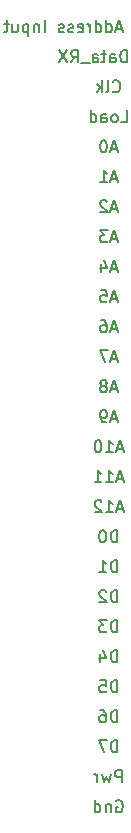
<source format=gbo>
%TF.GenerationSoftware,KiCad,Pcbnew,(6.0.9)*%
%TF.CreationDate,2025-06-05T13:51:01-04:00*%
%TF.ProjectId,ShiftRegisterPrototypeV2,53686966-7452-4656-9769-737465725072,V2*%
%TF.SameCoordinates,Original*%
%TF.FileFunction,Legend,Bot*%
%TF.FilePolarity,Positive*%
%FSLAX46Y46*%
G04 Gerber Fmt 4.6, Leading zero omitted, Abs format (unit mm)*
G04 Created by KiCad (PCBNEW (6.0.9)) date 2025-06-05 13:51:01*
%MOMM*%
%LPD*%
G01*
G04 APERTURE LIST*
G04 Aperture macros list*
%AMRoundRect*
0 Rectangle with rounded corners*
0 $1 Rounding radius*
0 $2 $3 $4 $5 $6 $7 $8 $9 X,Y pos of 4 corners*
0 Add a 4 corners polygon primitive as box body*
4,1,4,$2,$3,$4,$5,$6,$7,$8,$9,$2,$3,0*
0 Add four circle primitives for the rounded corners*
1,1,$1+$1,$2,$3*
1,1,$1+$1,$4,$5*
1,1,$1+$1,$6,$7*
1,1,$1+$1,$8,$9*
0 Add four rect primitives between the rounded corners*
20,1,$1+$1,$2,$3,$4,$5,0*
20,1,$1+$1,$4,$5,$6,$7,0*
20,1,$1+$1,$6,$7,$8,$9,0*
20,1,$1+$1,$8,$9,$2,$3,0*%
G04 Aperture macros list end*
%ADD10C,0.150000*%
%ADD11RoundRect,0.102000X-0.585000X-0.585000X0.585000X-0.585000X0.585000X0.585000X-0.585000X0.585000X0*%
%ADD12C,1.374000*%
%ADD13R,1.050000X1.500000*%
%ADD14O,1.050000X1.500000*%
%ADD15R,1.800000X1.800000*%
%ADD16C,1.800000*%
%ADD17C,1.400000*%
%ADD18O,1.400000X1.400000*%
%ADD19RoundRect,0.102000X-0.565000X-0.565000X0.565000X-0.565000X0.565000X0.565000X-0.565000X0.565000X0*%
%ADD20C,1.334000*%
%ADD21R,1.700000X1.700000*%
%ADD22O,1.700000X1.700000*%
G04 APERTURE END LIST*
D10*
X201937857Y-123510000D02*
X202033095Y-123462380D01*
X202175952Y-123462380D01*
X202318809Y-123510000D01*
X202414047Y-123605238D01*
X202461666Y-123700476D01*
X202509285Y-123890952D01*
X202509285Y-124033809D01*
X202461666Y-124224285D01*
X202414047Y-124319523D01*
X202318809Y-124414761D01*
X202175952Y-124462380D01*
X202080714Y-124462380D01*
X201937857Y-124414761D01*
X201890238Y-124367142D01*
X201890238Y-124033809D01*
X202080714Y-124033809D01*
X201461666Y-123795714D02*
X201461666Y-124462380D01*
X201461666Y-123890952D02*
X201414047Y-123843333D01*
X201318809Y-123795714D01*
X201175952Y-123795714D01*
X201080714Y-123843333D01*
X201033095Y-123938571D01*
X201033095Y-124462380D01*
X200128333Y-124462380D02*
X200128333Y-123462380D01*
X200128333Y-124414761D02*
X200223571Y-124462380D01*
X200414047Y-124462380D01*
X200509285Y-124414761D01*
X200556904Y-124367142D01*
X200604523Y-124271904D01*
X200604523Y-123986190D01*
X200556904Y-123890952D01*
X200509285Y-123843333D01*
X200414047Y-123795714D01*
X200223571Y-123795714D01*
X200128333Y-123843333D01*
X202390238Y-121922380D02*
X202390238Y-120922380D01*
X202009285Y-120922380D01*
X201914047Y-120970000D01*
X201866428Y-121017619D01*
X201818809Y-121112857D01*
X201818809Y-121255714D01*
X201866428Y-121350952D01*
X201914047Y-121398571D01*
X202009285Y-121446190D01*
X202390238Y-121446190D01*
X201485476Y-121255714D02*
X201295000Y-121922380D01*
X201104523Y-121446190D01*
X200914047Y-121922380D01*
X200723571Y-121255714D01*
X200342619Y-121922380D02*
X200342619Y-121255714D01*
X200342619Y-121446190D02*
X200295000Y-121350952D01*
X200247380Y-121303333D01*
X200152142Y-121255714D01*
X200056904Y-121255714D01*
X202033095Y-119382380D02*
X202033095Y-118382380D01*
X201795000Y-118382380D01*
X201652142Y-118430000D01*
X201556904Y-118525238D01*
X201509285Y-118620476D01*
X201461666Y-118810952D01*
X201461666Y-118953809D01*
X201509285Y-119144285D01*
X201556904Y-119239523D01*
X201652142Y-119334761D01*
X201795000Y-119382380D01*
X202033095Y-119382380D01*
X201128333Y-118382380D02*
X200461666Y-118382380D01*
X200890238Y-119382380D01*
X202033095Y-116842380D02*
X202033095Y-115842380D01*
X201795000Y-115842380D01*
X201652142Y-115890000D01*
X201556904Y-115985238D01*
X201509285Y-116080476D01*
X201461666Y-116270952D01*
X201461666Y-116413809D01*
X201509285Y-116604285D01*
X201556904Y-116699523D01*
X201652142Y-116794761D01*
X201795000Y-116842380D01*
X202033095Y-116842380D01*
X200604523Y-115842380D02*
X200795000Y-115842380D01*
X200890238Y-115890000D01*
X200937857Y-115937619D01*
X201033095Y-116080476D01*
X201080714Y-116270952D01*
X201080714Y-116651904D01*
X201033095Y-116747142D01*
X200985476Y-116794761D01*
X200890238Y-116842380D01*
X200699761Y-116842380D01*
X200604523Y-116794761D01*
X200556904Y-116747142D01*
X200509285Y-116651904D01*
X200509285Y-116413809D01*
X200556904Y-116318571D01*
X200604523Y-116270952D01*
X200699761Y-116223333D01*
X200890238Y-116223333D01*
X200985476Y-116270952D01*
X201033095Y-116318571D01*
X201080714Y-116413809D01*
X202033095Y-114302380D02*
X202033095Y-113302380D01*
X201795000Y-113302380D01*
X201652142Y-113350000D01*
X201556904Y-113445238D01*
X201509285Y-113540476D01*
X201461666Y-113730952D01*
X201461666Y-113873809D01*
X201509285Y-114064285D01*
X201556904Y-114159523D01*
X201652142Y-114254761D01*
X201795000Y-114302380D01*
X202033095Y-114302380D01*
X200556904Y-113302380D02*
X201033095Y-113302380D01*
X201080714Y-113778571D01*
X201033095Y-113730952D01*
X200937857Y-113683333D01*
X200699761Y-113683333D01*
X200604523Y-113730952D01*
X200556904Y-113778571D01*
X200509285Y-113873809D01*
X200509285Y-114111904D01*
X200556904Y-114207142D01*
X200604523Y-114254761D01*
X200699761Y-114302380D01*
X200937857Y-114302380D01*
X201033095Y-114254761D01*
X201080714Y-114207142D01*
X202033095Y-111762380D02*
X202033095Y-110762380D01*
X201795000Y-110762380D01*
X201652142Y-110810000D01*
X201556904Y-110905238D01*
X201509285Y-111000476D01*
X201461666Y-111190952D01*
X201461666Y-111333809D01*
X201509285Y-111524285D01*
X201556904Y-111619523D01*
X201652142Y-111714761D01*
X201795000Y-111762380D01*
X202033095Y-111762380D01*
X200604523Y-111095714D02*
X200604523Y-111762380D01*
X200842619Y-110714761D02*
X201080714Y-111429047D01*
X200461666Y-111429047D01*
X202033095Y-109222380D02*
X202033095Y-108222380D01*
X201795000Y-108222380D01*
X201652142Y-108270000D01*
X201556904Y-108365238D01*
X201509285Y-108460476D01*
X201461666Y-108650952D01*
X201461666Y-108793809D01*
X201509285Y-108984285D01*
X201556904Y-109079523D01*
X201652142Y-109174761D01*
X201795000Y-109222380D01*
X202033095Y-109222380D01*
X201128333Y-108222380D02*
X200509285Y-108222380D01*
X200842619Y-108603333D01*
X200699761Y-108603333D01*
X200604523Y-108650952D01*
X200556904Y-108698571D01*
X200509285Y-108793809D01*
X200509285Y-109031904D01*
X200556904Y-109127142D01*
X200604523Y-109174761D01*
X200699761Y-109222380D01*
X200985476Y-109222380D01*
X201080714Y-109174761D01*
X201128333Y-109127142D01*
X202033095Y-104142380D02*
X202033095Y-103142380D01*
X201795000Y-103142380D01*
X201652142Y-103190000D01*
X201556904Y-103285238D01*
X201509285Y-103380476D01*
X201461666Y-103570952D01*
X201461666Y-103713809D01*
X201509285Y-103904285D01*
X201556904Y-103999523D01*
X201652142Y-104094761D01*
X201795000Y-104142380D01*
X202033095Y-104142380D01*
X200509285Y-104142380D02*
X201080714Y-104142380D01*
X200795000Y-104142380D02*
X200795000Y-103142380D01*
X200890238Y-103285238D01*
X200985476Y-103380476D01*
X201080714Y-103428095D01*
X202033095Y-106682380D02*
X202033095Y-105682380D01*
X201795000Y-105682380D01*
X201652142Y-105730000D01*
X201556904Y-105825238D01*
X201509285Y-105920476D01*
X201461666Y-106110952D01*
X201461666Y-106253809D01*
X201509285Y-106444285D01*
X201556904Y-106539523D01*
X201652142Y-106634761D01*
X201795000Y-106682380D01*
X202033095Y-106682380D01*
X201080714Y-105777619D02*
X201033095Y-105730000D01*
X200937857Y-105682380D01*
X200699761Y-105682380D01*
X200604523Y-105730000D01*
X200556904Y-105777619D01*
X200509285Y-105872857D01*
X200509285Y-105968095D01*
X200556904Y-106110952D01*
X201128333Y-106682380D01*
X200509285Y-106682380D01*
X202033095Y-101602380D02*
X202033095Y-100602380D01*
X201795000Y-100602380D01*
X201652142Y-100650000D01*
X201556904Y-100745238D01*
X201509285Y-100840476D01*
X201461666Y-101030952D01*
X201461666Y-101173809D01*
X201509285Y-101364285D01*
X201556904Y-101459523D01*
X201652142Y-101554761D01*
X201795000Y-101602380D01*
X202033095Y-101602380D01*
X200842619Y-100602380D02*
X200747380Y-100602380D01*
X200652142Y-100650000D01*
X200604523Y-100697619D01*
X200556904Y-100792857D01*
X200509285Y-100983333D01*
X200509285Y-101221428D01*
X200556904Y-101411904D01*
X200604523Y-101507142D01*
X200652142Y-101554761D01*
X200747380Y-101602380D01*
X200842619Y-101602380D01*
X200937857Y-101554761D01*
X200985476Y-101507142D01*
X201033095Y-101411904D01*
X201080714Y-101221428D01*
X201080714Y-100983333D01*
X201033095Y-100792857D01*
X200985476Y-100697619D01*
X200937857Y-100650000D01*
X200842619Y-100602380D01*
X202485476Y-98776666D02*
X202009285Y-98776666D01*
X202580714Y-99062380D02*
X202247380Y-98062380D01*
X201914047Y-99062380D01*
X201056904Y-99062380D02*
X201628333Y-99062380D01*
X201342619Y-99062380D02*
X201342619Y-98062380D01*
X201437857Y-98205238D01*
X201533095Y-98300476D01*
X201628333Y-98348095D01*
X200675952Y-98157619D02*
X200628333Y-98110000D01*
X200533095Y-98062380D01*
X200295000Y-98062380D01*
X200199761Y-98110000D01*
X200152142Y-98157619D01*
X200104523Y-98252857D01*
X200104523Y-98348095D01*
X200152142Y-98490952D01*
X200723571Y-99062380D01*
X200104523Y-99062380D01*
X202485476Y-96236666D02*
X202009285Y-96236666D01*
X202580714Y-96522380D02*
X202247380Y-95522380D01*
X201914047Y-96522380D01*
X201056904Y-96522380D02*
X201628333Y-96522380D01*
X201342619Y-96522380D02*
X201342619Y-95522380D01*
X201437857Y-95665238D01*
X201533095Y-95760476D01*
X201628333Y-95808095D01*
X200104523Y-96522380D02*
X200675952Y-96522380D01*
X200390238Y-96522380D02*
X200390238Y-95522380D01*
X200485476Y-95665238D01*
X200580714Y-95760476D01*
X200675952Y-95808095D01*
X202485476Y-93696666D02*
X202009285Y-93696666D01*
X202580714Y-93982380D02*
X202247380Y-92982380D01*
X201914047Y-93982380D01*
X201056904Y-93982380D02*
X201628333Y-93982380D01*
X201342619Y-93982380D02*
X201342619Y-92982380D01*
X201437857Y-93125238D01*
X201533095Y-93220476D01*
X201628333Y-93268095D01*
X200437857Y-92982380D02*
X200342619Y-92982380D01*
X200247380Y-93030000D01*
X200199761Y-93077619D01*
X200152142Y-93172857D01*
X200104523Y-93363333D01*
X200104523Y-93601428D01*
X200152142Y-93791904D01*
X200199761Y-93887142D01*
X200247380Y-93934761D01*
X200342619Y-93982380D01*
X200437857Y-93982380D01*
X200533095Y-93934761D01*
X200580714Y-93887142D01*
X200628333Y-93791904D01*
X200675952Y-93601428D01*
X200675952Y-93363333D01*
X200628333Y-93172857D01*
X200580714Y-93077619D01*
X200533095Y-93030000D01*
X200437857Y-92982380D01*
X202009285Y-91156666D02*
X201533095Y-91156666D01*
X202104523Y-91442380D02*
X201771190Y-90442380D01*
X201437857Y-91442380D01*
X201056904Y-91442380D02*
X200866428Y-91442380D01*
X200771190Y-91394761D01*
X200723571Y-91347142D01*
X200628333Y-91204285D01*
X200580714Y-91013809D01*
X200580714Y-90632857D01*
X200628333Y-90537619D01*
X200675952Y-90490000D01*
X200771190Y-90442380D01*
X200961666Y-90442380D01*
X201056904Y-90490000D01*
X201104523Y-90537619D01*
X201152142Y-90632857D01*
X201152142Y-90870952D01*
X201104523Y-90966190D01*
X201056904Y-91013809D01*
X200961666Y-91061428D01*
X200771190Y-91061428D01*
X200675952Y-91013809D01*
X200628333Y-90966190D01*
X200580714Y-90870952D01*
X202009285Y-88616666D02*
X201533095Y-88616666D01*
X202104523Y-88902380D02*
X201771190Y-87902380D01*
X201437857Y-88902380D01*
X200961666Y-88330952D02*
X201056904Y-88283333D01*
X201104523Y-88235714D01*
X201152142Y-88140476D01*
X201152142Y-88092857D01*
X201104523Y-87997619D01*
X201056904Y-87950000D01*
X200961666Y-87902380D01*
X200771190Y-87902380D01*
X200675952Y-87950000D01*
X200628333Y-87997619D01*
X200580714Y-88092857D01*
X200580714Y-88140476D01*
X200628333Y-88235714D01*
X200675952Y-88283333D01*
X200771190Y-88330952D01*
X200961666Y-88330952D01*
X201056904Y-88378571D01*
X201104523Y-88426190D01*
X201152142Y-88521428D01*
X201152142Y-88711904D01*
X201104523Y-88807142D01*
X201056904Y-88854761D01*
X200961666Y-88902380D01*
X200771190Y-88902380D01*
X200675952Y-88854761D01*
X200628333Y-88807142D01*
X200580714Y-88711904D01*
X200580714Y-88521428D01*
X200628333Y-88426190D01*
X200675952Y-88378571D01*
X200771190Y-88330952D01*
X202009285Y-86076666D02*
X201533095Y-86076666D01*
X202104523Y-86362380D02*
X201771190Y-85362380D01*
X201437857Y-86362380D01*
X201199761Y-85362380D02*
X200533095Y-85362380D01*
X200961666Y-86362380D01*
X202009285Y-83536666D02*
X201533095Y-83536666D01*
X202104523Y-83822380D02*
X201771190Y-82822380D01*
X201437857Y-83822380D01*
X200675952Y-82822380D02*
X200866428Y-82822380D01*
X200961666Y-82870000D01*
X201009285Y-82917619D01*
X201104523Y-83060476D01*
X201152142Y-83250952D01*
X201152142Y-83631904D01*
X201104523Y-83727142D01*
X201056904Y-83774761D01*
X200961666Y-83822380D01*
X200771190Y-83822380D01*
X200675952Y-83774761D01*
X200628333Y-83727142D01*
X200580714Y-83631904D01*
X200580714Y-83393809D01*
X200628333Y-83298571D01*
X200675952Y-83250952D01*
X200771190Y-83203333D01*
X200961666Y-83203333D01*
X201056904Y-83250952D01*
X201104523Y-83298571D01*
X201152142Y-83393809D01*
X202009285Y-80996666D02*
X201533095Y-80996666D01*
X202104523Y-81282380D02*
X201771190Y-80282380D01*
X201437857Y-81282380D01*
X200628333Y-80282380D02*
X201104523Y-80282380D01*
X201152142Y-80758571D01*
X201104523Y-80710952D01*
X201009285Y-80663333D01*
X200771190Y-80663333D01*
X200675952Y-80710952D01*
X200628333Y-80758571D01*
X200580714Y-80853809D01*
X200580714Y-81091904D01*
X200628333Y-81187142D01*
X200675952Y-81234761D01*
X200771190Y-81282380D01*
X201009285Y-81282380D01*
X201104523Y-81234761D01*
X201152142Y-81187142D01*
X202009285Y-78456666D02*
X201533095Y-78456666D01*
X202104523Y-78742380D02*
X201771190Y-77742380D01*
X201437857Y-78742380D01*
X200675952Y-78075714D02*
X200675952Y-78742380D01*
X200914047Y-77694761D02*
X201152142Y-78409047D01*
X200533095Y-78409047D01*
X202009285Y-75916666D02*
X201533095Y-75916666D01*
X202104523Y-76202380D02*
X201771190Y-75202380D01*
X201437857Y-76202380D01*
X201199761Y-75202380D02*
X200580714Y-75202380D01*
X200914047Y-75583333D01*
X200771190Y-75583333D01*
X200675952Y-75630952D01*
X200628333Y-75678571D01*
X200580714Y-75773809D01*
X200580714Y-76011904D01*
X200628333Y-76107142D01*
X200675952Y-76154761D01*
X200771190Y-76202380D01*
X201056904Y-76202380D01*
X201152142Y-76154761D01*
X201199761Y-76107142D01*
X202009285Y-73376666D02*
X201533095Y-73376666D01*
X202104523Y-73662380D02*
X201771190Y-72662380D01*
X201437857Y-73662380D01*
X201152142Y-72757619D02*
X201104523Y-72710000D01*
X201009285Y-72662380D01*
X200771190Y-72662380D01*
X200675952Y-72710000D01*
X200628333Y-72757619D01*
X200580714Y-72852857D01*
X200580714Y-72948095D01*
X200628333Y-73090952D01*
X201199761Y-73662380D01*
X200580714Y-73662380D01*
X202009285Y-70836666D02*
X201533095Y-70836666D01*
X202104523Y-71122380D02*
X201771190Y-70122380D01*
X201437857Y-71122380D01*
X200580714Y-71122380D02*
X201152142Y-71122380D01*
X200866428Y-71122380D02*
X200866428Y-70122380D01*
X200961666Y-70265238D01*
X201056904Y-70360476D01*
X201152142Y-70408095D01*
X202009285Y-68296666D02*
X201533095Y-68296666D01*
X202104523Y-68582380D02*
X201771190Y-67582380D01*
X201437857Y-68582380D01*
X200914047Y-67582380D02*
X200818809Y-67582380D01*
X200723571Y-67630000D01*
X200675952Y-67677619D01*
X200628333Y-67772857D01*
X200580714Y-67963333D01*
X200580714Y-68201428D01*
X200628333Y-68391904D01*
X200675952Y-68487142D01*
X200723571Y-68534761D01*
X200818809Y-68582380D01*
X200914047Y-68582380D01*
X201009285Y-68534761D01*
X201056904Y-68487142D01*
X201104523Y-68391904D01*
X201152142Y-68201428D01*
X201152142Y-67963333D01*
X201104523Y-67772857D01*
X201056904Y-67677619D01*
X201009285Y-67630000D01*
X200914047Y-67582380D01*
X202342619Y-66042380D02*
X202818809Y-66042380D01*
X202818809Y-65042380D01*
X201866428Y-66042380D02*
X201961666Y-65994761D01*
X202009285Y-65947142D01*
X202056904Y-65851904D01*
X202056904Y-65566190D01*
X202009285Y-65470952D01*
X201961666Y-65423333D01*
X201866428Y-65375714D01*
X201723571Y-65375714D01*
X201628333Y-65423333D01*
X201580714Y-65470952D01*
X201533095Y-65566190D01*
X201533095Y-65851904D01*
X201580714Y-65947142D01*
X201628333Y-65994761D01*
X201723571Y-66042380D01*
X201866428Y-66042380D01*
X200675952Y-66042380D02*
X200675952Y-65518571D01*
X200723571Y-65423333D01*
X200818809Y-65375714D01*
X201009285Y-65375714D01*
X201104523Y-65423333D01*
X200675952Y-65994761D02*
X200771190Y-66042380D01*
X201009285Y-66042380D01*
X201104523Y-65994761D01*
X201152142Y-65899523D01*
X201152142Y-65804285D01*
X201104523Y-65709047D01*
X201009285Y-65661428D01*
X200771190Y-65661428D01*
X200675952Y-65613809D01*
X199771190Y-66042380D02*
X199771190Y-65042380D01*
X199771190Y-65994761D02*
X199866428Y-66042380D01*
X200056904Y-66042380D01*
X200152142Y-65994761D01*
X200199761Y-65947142D01*
X200247380Y-65851904D01*
X200247380Y-65566190D01*
X200199761Y-65470952D01*
X200152142Y-65423333D01*
X200056904Y-65375714D01*
X199866428Y-65375714D01*
X199771190Y-65423333D01*
X201652142Y-63407142D02*
X201699761Y-63454761D01*
X201842619Y-63502380D01*
X201937857Y-63502380D01*
X202080714Y-63454761D01*
X202175952Y-63359523D01*
X202223571Y-63264285D01*
X202271190Y-63073809D01*
X202271190Y-62930952D01*
X202223571Y-62740476D01*
X202175952Y-62645238D01*
X202080714Y-62550000D01*
X201937857Y-62502380D01*
X201842619Y-62502380D01*
X201699761Y-62550000D01*
X201652142Y-62597619D01*
X201080714Y-63502380D02*
X201175952Y-63454761D01*
X201223571Y-63359523D01*
X201223571Y-62502380D01*
X200699761Y-63502380D02*
X200699761Y-62502380D01*
X200604523Y-63121428D02*
X200318809Y-63502380D01*
X200318809Y-62835714D02*
X200699761Y-63216666D01*
X202834523Y-60962380D02*
X202834523Y-59962380D01*
X202596428Y-59962380D01*
X202453571Y-60010000D01*
X202358333Y-60105238D01*
X202310714Y-60200476D01*
X202263095Y-60390952D01*
X202263095Y-60533809D01*
X202310714Y-60724285D01*
X202358333Y-60819523D01*
X202453571Y-60914761D01*
X202596428Y-60962380D01*
X202834523Y-60962380D01*
X201405952Y-60962380D02*
X201405952Y-60438571D01*
X201453571Y-60343333D01*
X201548809Y-60295714D01*
X201739285Y-60295714D01*
X201834523Y-60343333D01*
X201405952Y-60914761D02*
X201501190Y-60962380D01*
X201739285Y-60962380D01*
X201834523Y-60914761D01*
X201882142Y-60819523D01*
X201882142Y-60724285D01*
X201834523Y-60629047D01*
X201739285Y-60581428D01*
X201501190Y-60581428D01*
X201405952Y-60533809D01*
X201072619Y-60295714D02*
X200691666Y-60295714D01*
X200929761Y-59962380D02*
X200929761Y-60819523D01*
X200882142Y-60914761D01*
X200786904Y-60962380D01*
X200691666Y-60962380D01*
X199929761Y-60962380D02*
X199929761Y-60438571D01*
X199977380Y-60343333D01*
X200072619Y-60295714D01*
X200263095Y-60295714D01*
X200358333Y-60343333D01*
X199929761Y-60914761D02*
X200025000Y-60962380D01*
X200263095Y-60962380D01*
X200358333Y-60914761D01*
X200405952Y-60819523D01*
X200405952Y-60724285D01*
X200358333Y-60629047D01*
X200263095Y-60581428D01*
X200025000Y-60581428D01*
X199929761Y-60533809D01*
X199691666Y-61057619D02*
X198929761Y-61057619D01*
X198120238Y-60962380D02*
X198453571Y-60486190D01*
X198691666Y-60962380D02*
X198691666Y-59962380D01*
X198310714Y-59962380D01*
X198215476Y-60010000D01*
X198167857Y-60057619D01*
X198120238Y-60152857D01*
X198120238Y-60295714D01*
X198167857Y-60390952D01*
X198215476Y-60438571D01*
X198310714Y-60486190D01*
X198691666Y-60486190D01*
X197786904Y-59962380D02*
X197120238Y-60962380D01*
X197120238Y-59962380D02*
X197786904Y-60962380D01*
X202437380Y-58136666D02*
X201961190Y-58136666D01*
X202532619Y-58422380D02*
X202199285Y-57422380D01*
X201865952Y-58422380D01*
X201104047Y-58422380D02*
X201104047Y-57422380D01*
X201104047Y-58374761D02*
X201199285Y-58422380D01*
X201389761Y-58422380D01*
X201485000Y-58374761D01*
X201532619Y-58327142D01*
X201580238Y-58231904D01*
X201580238Y-57946190D01*
X201532619Y-57850952D01*
X201485000Y-57803333D01*
X201389761Y-57755714D01*
X201199285Y-57755714D01*
X201104047Y-57803333D01*
X200199285Y-58422380D02*
X200199285Y-57422380D01*
X200199285Y-58374761D02*
X200294523Y-58422380D01*
X200485000Y-58422380D01*
X200580238Y-58374761D01*
X200627857Y-58327142D01*
X200675476Y-58231904D01*
X200675476Y-57946190D01*
X200627857Y-57850952D01*
X200580238Y-57803333D01*
X200485000Y-57755714D01*
X200294523Y-57755714D01*
X200199285Y-57803333D01*
X199723095Y-58422380D02*
X199723095Y-57755714D01*
X199723095Y-57946190D02*
X199675476Y-57850952D01*
X199627857Y-57803333D01*
X199532619Y-57755714D01*
X199437380Y-57755714D01*
X198723095Y-58374761D02*
X198818333Y-58422380D01*
X199008809Y-58422380D01*
X199104047Y-58374761D01*
X199151666Y-58279523D01*
X199151666Y-57898571D01*
X199104047Y-57803333D01*
X199008809Y-57755714D01*
X198818333Y-57755714D01*
X198723095Y-57803333D01*
X198675476Y-57898571D01*
X198675476Y-57993809D01*
X199151666Y-58089047D01*
X198294523Y-58374761D02*
X198199285Y-58422380D01*
X198008809Y-58422380D01*
X197913571Y-58374761D01*
X197865952Y-58279523D01*
X197865952Y-58231904D01*
X197913571Y-58136666D01*
X198008809Y-58089047D01*
X198151666Y-58089047D01*
X198246904Y-58041428D01*
X198294523Y-57946190D01*
X198294523Y-57898571D01*
X198246904Y-57803333D01*
X198151666Y-57755714D01*
X198008809Y-57755714D01*
X197913571Y-57803333D01*
X197485000Y-58374761D02*
X197389761Y-58422380D01*
X197199285Y-58422380D01*
X197104047Y-58374761D01*
X197056428Y-58279523D01*
X197056428Y-58231904D01*
X197104047Y-58136666D01*
X197199285Y-58089047D01*
X197342142Y-58089047D01*
X197437380Y-58041428D01*
X197485000Y-57946190D01*
X197485000Y-57898571D01*
X197437380Y-57803333D01*
X197342142Y-57755714D01*
X197199285Y-57755714D01*
X197104047Y-57803333D01*
X195865952Y-58422380D02*
X195865952Y-57422380D01*
X195389761Y-57755714D02*
X195389761Y-58422380D01*
X195389761Y-57850952D02*
X195342142Y-57803333D01*
X195246904Y-57755714D01*
X195104047Y-57755714D01*
X195008809Y-57803333D01*
X194961190Y-57898571D01*
X194961190Y-58422380D01*
X194485000Y-57755714D02*
X194485000Y-58755714D01*
X194485000Y-57803333D02*
X194389761Y-57755714D01*
X194199285Y-57755714D01*
X194104047Y-57803333D01*
X194056428Y-57850952D01*
X194008809Y-57946190D01*
X194008809Y-58231904D01*
X194056428Y-58327142D01*
X194104047Y-58374761D01*
X194199285Y-58422380D01*
X194389761Y-58422380D01*
X194485000Y-58374761D01*
X193151666Y-57755714D02*
X193151666Y-58422380D01*
X193580238Y-57755714D02*
X193580238Y-58279523D01*
X193532619Y-58374761D01*
X193437380Y-58422380D01*
X193294523Y-58422380D01*
X193199285Y-58374761D01*
X193151666Y-58327142D01*
X192818333Y-57755714D02*
X192437380Y-57755714D01*
X192675476Y-57422380D02*
X192675476Y-58279523D01*
X192627857Y-58374761D01*
X192532619Y-58422380D01*
X192437380Y-58422380D01*
%LPC*%
D11*
%TO.C,U3*%
X157955000Y-56700000D03*
D12*
X157955000Y-59240000D03*
X157955000Y-61780000D03*
X157955000Y-64320000D03*
X157955000Y-66860000D03*
X157955000Y-69400000D03*
X157955000Y-71940000D03*
X165895000Y-71940000D03*
X165895000Y-69400000D03*
X165895000Y-66860000D03*
X165895000Y-64320000D03*
X165895000Y-61780000D03*
X165895000Y-59240000D03*
X165895000Y-56700000D03*
%TD*%
D11*
%TO.C,U12*%
X141445000Y-111310000D03*
D12*
X141445000Y-113850000D03*
X141445000Y-116390000D03*
X141445000Y-118930000D03*
X141445000Y-121470000D03*
X141445000Y-124010000D03*
X141445000Y-126550000D03*
X149385000Y-126550000D03*
X149385000Y-124010000D03*
X149385000Y-121470000D03*
X149385000Y-118930000D03*
X149385000Y-116390000D03*
X149385000Y-113850000D03*
X149385000Y-111310000D03*
%TD*%
D13*
%TO.C,Q7*%
X112395000Y-73210000D03*
D14*
X113665000Y-73210000D03*
X114935000Y-73210000D03*
%TD*%
D11*
%TO.C,U4*%
X174465000Y-56700000D03*
D12*
X174465000Y-59240000D03*
X174465000Y-61780000D03*
X174465000Y-64320000D03*
X174465000Y-66860000D03*
X174465000Y-69400000D03*
X174465000Y-71940000D03*
X182405000Y-71940000D03*
X182405000Y-69400000D03*
X182405000Y-66860000D03*
X182405000Y-64320000D03*
X182405000Y-61780000D03*
X182405000Y-59240000D03*
X182405000Y-56700000D03*
%TD*%
D13*
%TO.C,Q4*%
X112395000Y-90990000D03*
D14*
X113665000Y-90990000D03*
X114935000Y-90990000D03*
%TD*%
D15*
%TO.C,D12*%
X149108465Y-48890000D03*
D16*
X151648465Y-48890000D03*
%TD*%
D15*
%TO.C,D16*%
X161808465Y-48890000D03*
D16*
X164348465Y-48890000D03*
%TD*%
D11*
%TO.C,U7*%
X174465000Y-83370000D03*
D12*
X174465000Y-85910000D03*
X174465000Y-88450000D03*
X174465000Y-90990000D03*
X174465000Y-93530000D03*
X174465000Y-96070000D03*
X174465000Y-98610000D03*
X182405000Y-98610000D03*
X182405000Y-96070000D03*
X182405000Y-93530000D03*
X182405000Y-90990000D03*
X182405000Y-88450000D03*
X182405000Y-85910000D03*
X182405000Y-83370000D03*
%TD*%
D11*
%TO.C,U10*%
X123665000Y-83370000D03*
D12*
X123665000Y-85910000D03*
X123665000Y-88450000D03*
X123665000Y-90990000D03*
X123665000Y-93530000D03*
X123665000Y-96070000D03*
X123665000Y-98610000D03*
X131605000Y-98610000D03*
X131605000Y-96070000D03*
X131605000Y-93530000D03*
X131605000Y-90990000D03*
X131605000Y-88450000D03*
X131605000Y-85910000D03*
X131605000Y-83370000D03*
%TD*%
D17*
%TO.C,R11*%
X142875000Y-140520000D03*
D18*
X147955000Y-140520000D03*
%TD*%
D15*
%TO.C,D22*%
X180858465Y-48890000D03*
D16*
X183398465Y-48890000D03*
%TD*%
D17*
%TO.C,R10*%
X137795000Y-42730000D03*
D18*
X142875000Y-42730000D03*
%TD*%
D15*
%TO.C,D9*%
X136525000Y-135440000D03*
D16*
X139065000Y-135440000D03*
%TD*%
D17*
%TO.C,R6*%
X122555000Y-42730000D03*
D18*
X127635000Y-42730000D03*
%TD*%
D15*
%TO.C,D21*%
X174625000Y-135440000D03*
D16*
X177165000Y-135440000D03*
%TD*%
D17*
%TO.C,R5*%
X120015000Y-140520000D03*
D18*
X125095000Y-140520000D03*
%TD*%
D13*
%TO.C,Q1*%
X112395000Y-117660000D03*
D14*
X113665000Y-117660000D03*
X114935000Y-117660000D03*
%TD*%
D17*
%TO.C,R1*%
X112395000Y-137980000D03*
D18*
X112395000Y-132900000D03*
%TD*%
D15*
%TO.C,D5*%
X123825000Y-135440000D03*
D16*
X126365000Y-135440000D03*
%TD*%
D15*
%TO.C,D3*%
X117475000Y-135440000D03*
D16*
X120015000Y-135440000D03*
%TD*%
D11*
%TO.C,U1*%
X123665000Y-56700000D03*
D12*
X123665000Y-59240000D03*
X123665000Y-61780000D03*
X123665000Y-64320000D03*
X123665000Y-66860000D03*
X123665000Y-69400000D03*
X123665000Y-71940000D03*
X131605000Y-71940000D03*
X131605000Y-69400000D03*
X131605000Y-66860000D03*
X131605000Y-64320000D03*
X131605000Y-61780000D03*
X131605000Y-59240000D03*
X131605000Y-56700000D03*
%TD*%
D17*
%TO.C,R27*%
X201295000Y-137980000D03*
D18*
X201295000Y-132900000D03*
%TD*%
D17*
%TO.C,R2*%
X112395000Y-44000000D03*
D18*
X112395000Y-49080000D03*
%TD*%
D15*
%TO.C,D4*%
X123708465Y-48890000D03*
D16*
X126248465Y-48890000D03*
%TD*%
D19*
%TO.C,U8*%
X157955000Y-82100000D03*
D20*
X157955000Y-84640000D03*
X157955000Y-87180000D03*
X157955000Y-89720000D03*
X157955000Y-92260000D03*
X157955000Y-94800000D03*
X157955000Y-97340000D03*
X157955000Y-99880000D03*
X165895000Y-99880000D03*
X165895000Y-97340000D03*
X165895000Y-94800000D03*
X165895000Y-92260000D03*
X165895000Y-89720000D03*
X165895000Y-87180000D03*
X165895000Y-84640000D03*
X165895000Y-82100000D03*
%TD*%
D15*
%TO.C,D10*%
X142758465Y-48890000D03*
D16*
X145298465Y-48890000D03*
%TD*%
D11*
%TO.C,U15*%
X190975000Y-111310000D03*
D12*
X190975000Y-113850000D03*
X190975000Y-116390000D03*
X190975000Y-118930000D03*
X190975000Y-121470000D03*
X190975000Y-124010000D03*
X190975000Y-126550000D03*
X198915000Y-126550000D03*
X198915000Y-124010000D03*
X198915000Y-121470000D03*
X198915000Y-118930000D03*
X198915000Y-116390000D03*
X198915000Y-113850000D03*
X198915000Y-111310000D03*
%TD*%
D15*
%TO.C,D7*%
X130175000Y-135440000D03*
D16*
X132715000Y-135440000D03*
%TD*%
D15*
%TO.C,D26*%
X193558465Y-48890000D03*
D16*
X196098465Y-48890000D03*
%TD*%
D15*
%TO.C,D13*%
X149225000Y-135440000D03*
D16*
X151765000Y-135440000D03*
%TD*%
D17*
%TO.C,R24*%
X191135000Y-42730000D03*
D18*
X196215000Y-42730000D03*
%TD*%
D17*
%TO.C,R20*%
X175895000Y-42730000D03*
D18*
X180975000Y-42730000D03*
%TD*%
D15*
%TO.C,D8*%
X136408465Y-48890000D03*
D16*
X138948465Y-48890000D03*
%TD*%
D15*
%TO.C,D23*%
X180975000Y-135440000D03*
D16*
X183515000Y-135440000D03*
%TD*%
D15*
%TO.C,D27*%
X193675000Y-135440000D03*
D16*
X196215000Y-135440000D03*
%TD*%
D13*
%TO.C,Q8*%
X112395000Y-55430000D03*
D14*
X113665000Y-55430000D03*
X114935000Y-55430000D03*
%TD*%
D17*
%TO.C,R26*%
X200025000Y-44000000D03*
D18*
X200025000Y-49080000D03*
%TD*%
D11*
%TO.C,U11*%
X123665000Y-111310000D03*
D12*
X123665000Y-113850000D03*
X123665000Y-116390000D03*
X123665000Y-118930000D03*
X123665000Y-121470000D03*
X123665000Y-124010000D03*
X123665000Y-126550000D03*
X131605000Y-126550000D03*
X131605000Y-124010000D03*
X131605000Y-121470000D03*
X131605000Y-118930000D03*
X131605000Y-116390000D03*
X131605000Y-113850000D03*
X131605000Y-111310000D03*
%TD*%
D13*
%TO.C,Q3*%
X112395000Y-64320000D03*
D14*
X113665000Y-64320000D03*
X114935000Y-64320000D03*
%TD*%
D15*
%TO.C,D18*%
X168158465Y-48890000D03*
D16*
X170698465Y-48890000D03*
%TD*%
D17*
%TO.C,R3*%
X112395000Y-140520000D03*
D18*
X117475000Y-140520000D03*
%TD*%
D17*
%TO.C,R18*%
X168275000Y-42730000D03*
D18*
X173355000Y-42730000D03*
%TD*%
D17*
%TO.C,R16*%
X160655000Y-42730000D03*
D18*
X165735000Y-42730000D03*
%TD*%
D17*
%TO.C,R23*%
X188595000Y-140520000D03*
D18*
X193675000Y-140520000D03*
%TD*%
D11*
%TO.C,U14*%
X174465000Y-111310000D03*
D12*
X174465000Y-113850000D03*
X174465000Y-116390000D03*
X174465000Y-118930000D03*
X174465000Y-121470000D03*
X174465000Y-124010000D03*
X174465000Y-126550000D03*
X182405000Y-126550000D03*
X182405000Y-124010000D03*
X182405000Y-121470000D03*
X182405000Y-118930000D03*
X182405000Y-116390000D03*
X182405000Y-113850000D03*
X182405000Y-111310000D03*
%TD*%
D17*
%TO.C,R9*%
X135255000Y-140520000D03*
D18*
X140335000Y-140520000D03*
%TD*%
D11*
%TO.C,U9*%
X141445000Y-83370000D03*
D12*
X141445000Y-85910000D03*
X141445000Y-88450000D03*
X141445000Y-90990000D03*
X141445000Y-93530000D03*
X141445000Y-96070000D03*
X141445000Y-98610000D03*
X149385000Y-98610000D03*
X149385000Y-96070000D03*
X149385000Y-93530000D03*
X149385000Y-90990000D03*
X149385000Y-88450000D03*
X149385000Y-85910000D03*
X149385000Y-83370000D03*
%TD*%
D15*
%TO.C,D2*%
X117358465Y-48890000D03*
D16*
X119898465Y-48890000D03*
%TD*%
D17*
%TO.C,R4*%
X114935000Y-42730000D03*
D18*
X120015000Y-42730000D03*
%TD*%
D13*
%TO.C,Q2*%
X112395000Y-108770000D03*
D14*
X113665000Y-108770000D03*
X114935000Y-108770000D03*
%TD*%
D17*
%TO.C,R22*%
X183515000Y-42730000D03*
D18*
X188595000Y-42730000D03*
%TD*%
D19*
%TO.C,U13*%
X157955000Y-110040000D03*
D20*
X157955000Y-112580000D03*
X157955000Y-115120000D03*
X157955000Y-117660000D03*
X157955000Y-120200000D03*
X157955000Y-122740000D03*
X157955000Y-125280000D03*
X157955000Y-127820000D03*
X165895000Y-127820000D03*
X165895000Y-125280000D03*
X165895000Y-122740000D03*
X165895000Y-120200000D03*
X165895000Y-117660000D03*
X165895000Y-115120000D03*
X165895000Y-112580000D03*
X165895000Y-110040000D03*
%TD*%
D15*
%TO.C,D6*%
X130058465Y-48890000D03*
D16*
X132598465Y-48890000D03*
%TD*%
D17*
%TO.C,R28*%
X108585000Y-64320000D03*
D18*
X108585000Y-59240000D03*
%TD*%
D15*
%TO.C,D24*%
X187208465Y-48890000D03*
D16*
X189748465Y-48890000D03*
%TD*%
D17*
%TO.C,R7*%
X127635000Y-140520000D03*
D18*
X132715000Y-140520000D03*
%TD*%
D21*
%TO.C,J1*%
X204540000Y-57970000D03*
D22*
X204540000Y-60510000D03*
X204540000Y-63050000D03*
X204540000Y-65590000D03*
X204540000Y-68130000D03*
X204540000Y-70670000D03*
X204540000Y-73210000D03*
X204540000Y-75750000D03*
X204540000Y-78290000D03*
X204540000Y-80830000D03*
X204540000Y-83370000D03*
X204540000Y-85910000D03*
X204540000Y-88450000D03*
X204540000Y-90990000D03*
X204540000Y-93530000D03*
X204540000Y-96070000D03*
X204540000Y-98610000D03*
X204540000Y-101150000D03*
X204540000Y-103690000D03*
X204540000Y-106230000D03*
X204540000Y-108770000D03*
X204540000Y-111310000D03*
X204540000Y-113850000D03*
X204540000Y-116390000D03*
X204540000Y-118930000D03*
X204540000Y-121470000D03*
X204540000Y-124010000D03*
%TD*%
D13*
%TO.C,Q5*%
X112395000Y-99880000D03*
D14*
X113665000Y-99880000D03*
X114935000Y-99880000D03*
%TD*%
D15*
%TO.C,D14*%
X155458465Y-48890000D03*
D16*
X157998465Y-48890000D03*
%TD*%
D17*
%TO.C,R13*%
X150495000Y-140520000D03*
D18*
X155575000Y-140520000D03*
%TD*%
D17*
%TO.C,R12*%
X145415000Y-42730000D03*
D18*
X150495000Y-42730000D03*
%TD*%
D15*
%TO.C,D1*%
X112395000Y-129090000D03*
D16*
X112395000Y-126550000D03*
%TD*%
D11*
%TO.C,U2*%
X141445000Y-56700000D03*
D12*
X141445000Y-59240000D03*
X141445000Y-61780000D03*
X141445000Y-64320000D03*
X141445000Y-66860000D03*
X141445000Y-69400000D03*
X141445000Y-71940000D03*
X149385000Y-71940000D03*
X149385000Y-69400000D03*
X149385000Y-66860000D03*
X149385000Y-64320000D03*
X149385000Y-61780000D03*
X149385000Y-59240000D03*
X149385000Y-56700000D03*
%TD*%
D17*
%TO.C,R14*%
X153035000Y-42730000D03*
D18*
X158115000Y-42730000D03*
%TD*%
D11*
%TO.C,U5*%
X190975000Y-56700000D03*
D12*
X190975000Y-59240000D03*
X190975000Y-61780000D03*
X190975000Y-64320000D03*
X190975000Y-66860000D03*
X190975000Y-69400000D03*
X190975000Y-71940000D03*
X198915000Y-71940000D03*
X198915000Y-69400000D03*
X198915000Y-66860000D03*
X198915000Y-64320000D03*
X198915000Y-61780000D03*
X198915000Y-59240000D03*
X198915000Y-56700000D03*
%TD*%
D17*
%TO.C,R17*%
X165735000Y-140520000D03*
D18*
X170815000Y-140520000D03*
%TD*%
D15*
%TO.C,D25*%
X187325000Y-135440000D03*
D16*
X189865000Y-135440000D03*
%TD*%
D15*
%TO.C,D17*%
X161925000Y-135440000D03*
D16*
X164465000Y-135440000D03*
%TD*%
D17*
%TO.C,R8*%
X130175000Y-42730000D03*
D18*
X135255000Y-42730000D03*
%TD*%
D11*
%TO.C,U6*%
X190975000Y-83370000D03*
D12*
X190975000Y-85910000D03*
X190975000Y-88450000D03*
X190975000Y-90990000D03*
X190975000Y-93530000D03*
X190975000Y-96070000D03*
X190975000Y-98610000D03*
X198915000Y-98610000D03*
X198915000Y-96070000D03*
X198915000Y-93530000D03*
X198915000Y-90990000D03*
X198915000Y-88450000D03*
X198915000Y-85910000D03*
X198915000Y-83370000D03*
%TD*%
D17*
%TO.C,R19*%
X173355000Y-140520000D03*
D18*
X178435000Y-140520000D03*
%TD*%
D17*
%TO.C,R15*%
X158115000Y-140520000D03*
D18*
X163195000Y-140520000D03*
%TD*%
D15*
%TO.C,D20*%
X174508465Y-48890000D03*
D16*
X177048465Y-48890000D03*
%TD*%
D15*
%TO.C,D19*%
X168275000Y-135440000D03*
D16*
X170815000Y-135440000D03*
%TD*%
D17*
%TO.C,R25*%
X196215000Y-140520000D03*
D18*
X201295000Y-140520000D03*
%TD*%
D13*
%TO.C,Q6*%
X112395000Y-82100000D03*
D14*
X113665000Y-82100000D03*
X114935000Y-82100000D03*
%TD*%
D15*
%TO.C,D11*%
X142875000Y-135440000D03*
D16*
X145415000Y-135440000D03*
%TD*%
D15*
%TO.C,D15*%
X155575000Y-135440000D03*
D16*
X158115000Y-135440000D03*
%TD*%
D17*
%TO.C,R21*%
X180975000Y-140520000D03*
D18*
X186055000Y-140520000D03*
%TD*%
M02*

</source>
